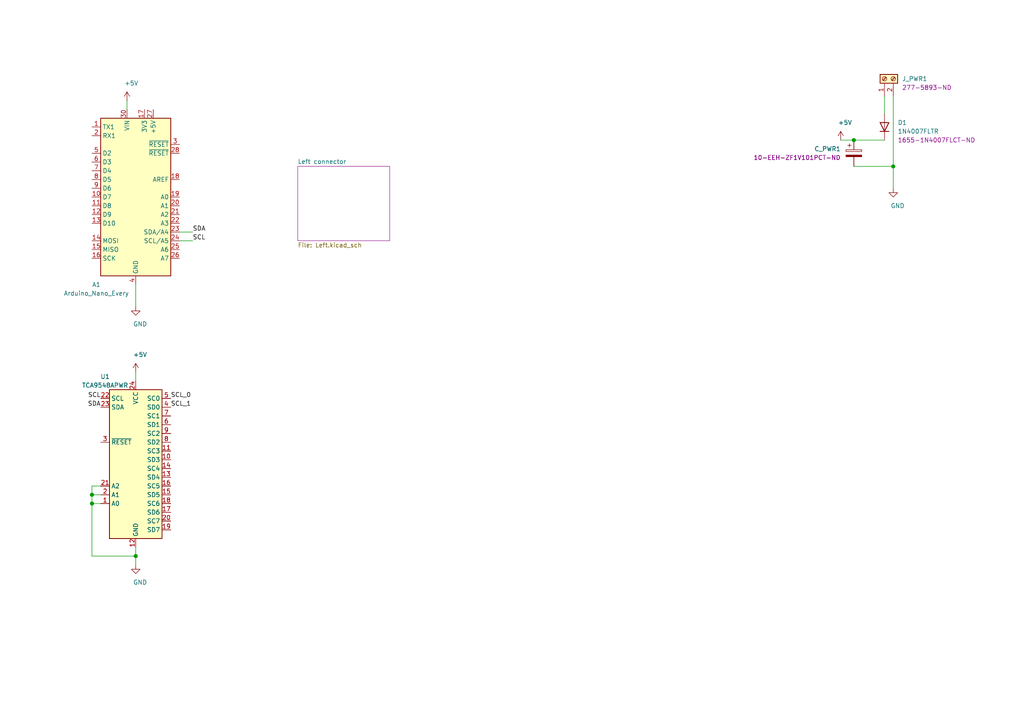
<source format=kicad_sch>
(kicad_sch (version 20200827) (generator eeschema)
  (page 1 2)
  (paper "A4")
  (lib_symbols
    (symbol "Connector:Screw_Terminal_01x02" (pin_names (offset 1.016) hide)
      (property "Reference" "J" (at 0 2.54 0))
      (property "Value" "Screw_Terminal_01x02" (at 0 -5.08 0))
      (symbol "Screw_Terminal_01x02_1_1"
        (circle (center 0 -2.54) (radius 0.635) (stroke (width 0.1524)))
        (circle (center 0 0) (radius 0.635) (stroke (width 0.1524)))
        (rectangle (start -1.27 1.27) (end 1.27 -3.81) (stroke (width 0.254)) (fill (type background)))
        (polyline (pts (xy -0.5334 -2.2098) (xy 0.3302 -3.048)) (stroke (width 0.1524)))
        (polyline (pts (xy -0.5334 0.3302) (xy 0.3302 -0.508)) (stroke (width 0.1524)))
        (polyline (pts (xy -0.3556 -2.032) (xy 0.508 -2.8702)) (stroke (width 0.1524)))
        (polyline (pts (xy -0.3556 0.508) (xy 0.508 -0.3302)) (stroke (width 0.1524)))
        (pin passive line (at -5.08 0 0) (length 3.81) (name "Pin_1") (number "1"))
        (pin passive line (at -5.08 -2.54 0) (length 3.81) (name "Pin_2") (number "2"))
      )
    )
    (symbol "Device:CP" (pin_numbers hide) (pin_names (offset 0.254))
      (property "Reference" "C" (at 0.635 2.54 0))
      (property "Value" "CP" (at 0.635 -2.54 0))
      (symbol "CP_0_1"
        (rectangle (start -2.286 0.508) (end 2.286 1.016))
        (rectangle (start 2.286 -0.508) (end -2.286 -1.016) (fill (type outline)))
        (polyline (pts (xy -1.778 2.286) (xy -0.762 2.286)))
        (polyline (pts (xy -1.27 2.794) (xy -1.27 1.778)))
      )
      (symbol "CP_1_1"
        (pin passive line (at 0 3.81 270) (length 2.794) (name "~") (number "1"))
        (pin passive line (at 0 -3.81 90) (length 2.794) (name "~") (number "2"))
      )
    )
    (symbol "Diode:1N4007" (pin_numbers hide) (pin_names (offset 1.016) hide)
      (property "Reference" "D" (at 0 2.54 0))
      (property "Value" "1N4007" (at 0 -2.54 0))
      (symbol "1N4007_0_1"
        (polyline (pts (xy -1.27 1.27) (xy -1.27 -1.27)) (stroke (width 0.254)))
        (polyline (pts (xy 1.27 0) (xy -1.27 0)))
        (polyline (pts (xy 1.27 1.27) (xy 1.27 -1.27) (xy -1.27 0) (xy 1.27 1.27)) (stroke (width 0.254)))
      )
      (symbol "1N4007_1_1"
        (pin passive line (at -3.81 0 0) (length 2.54) (name "K") (number "1"))
        (pin passive line (at 3.81 0 180) (length 2.54) (name "A") (number "2"))
      )
    )
    (symbol "Interface_Expansion:TCA9548APWR"
      (property "Reference" "U" (at -7.62 21.59 0))
      (property "Value" "TCA9548APWR" (at 1.016 21.59 0))
      (symbol "TCA9548APWR_0_1"
        (rectangle (start -7.62 20.32) (end 7.62 -22.86) (stroke (width 0.254)) (fill (type background)))
      )
      (symbol "TCA9548APWR_1_1"
        (pin input line (at -10.16 -12.7 0) (length 2.54) (name "A0") (number "1"))
        (pin bidirectional line (at 10.16 0 180) (length 2.54) (name "SD3") (number "10"))
        (pin output line (at 10.16 2.54 180) (length 2.54) (name "SC3") (number "11"))
        (pin power_in line (at 0 -25.4 90) (length 2.54) (name "GND") (number "12"))
        (pin bidirectional line (at 10.16 -5.08 180) (length 2.54) (name "SD4") (number "13"))
        (pin output line (at 10.16 -2.54 180) (length 2.54) (name "SC4") (number "14"))
        (pin bidirectional line (at 10.16 -10.16 180) (length 2.54) (name "SD5") (number "15"))
        (pin output line (at 10.16 -7.62 180) (length 2.54) (name "SC5") (number "16"))
        (pin bidirectional line (at 10.16 -15.24 180) (length 2.54) (name "SD6") (number "17"))
        (pin output line (at 10.16 -12.7 180) (length 2.54) (name "SC6") (number "18"))
        (pin bidirectional line (at 10.16 -20.32 180) (length 2.54) (name "SD7") (number "19"))
        (pin input line (at -10.16 -10.16 0) (length 2.54) (name "A1") (number "2"))
        (pin output line (at 10.16 -17.78 180) (length 2.54) (name "SC7") (number "20"))
        (pin input line (at -10.16 -7.62 0) (length 2.54) (name "A2") (number "21"))
        (pin input line (at -10.16 17.78 0) (length 2.54) (name "SCL") (number "22"))
        (pin bidirectional line (at -10.16 15.24 0) (length 2.54) (name "SDA") (number "23"))
        (pin power_in line (at 0 22.86 270) (length 2.54) (name "VCC") (number "24"))
        (pin input line (at -10.16 5.08 0) (length 2.54) (name "~RESET") (number "3"))
        (pin bidirectional line (at 10.16 15.24 180) (length 2.54) (name "SD0") (number "4"))
        (pin output line (at 10.16 17.78 180) (length 2.54) (name "SC0") (number "5"))
        (pin bidirectional line (at 10.16 10.16 180) (length 2.54) (name "SD1") (number "6"))
        (pin output line (at 10.16 12.7 180) (length 2.54) (name "SC1") (number "7"))
        (pin bidirectional line (at 10.16 5.08 180) (length 2.54) (name "SD2") (number "8"))
        (pin output line (at 10.16 7.62 180) (length 2.54) (name "SC2") (number "9"))
      )
    )
    (symbol "MCU_Module:Arduino_Nano_Every"
      (property "Reference" "A" (at -10.16 23.495 0))
      (property "Value" "Arduino_Nano_Every" (at 5.08 -24.13 0))
      (symbol "Arduino_Nano_Every_0_1"
        (rectangle (start -10.16 22.86) (end 10.16 -22.86) (stroke (width 0.254)) (fill (type background)))
      )
      (symbol "Arduino_Nano_Every_1_1"
        (pin bidirectional line (at -12.7 20.32 0) (length 2.54) (name "TX1") (number "1"))
        (pin bidirectional line (at -12.7 0 0) (length 2.54) (name "D7") (number "10"))
        (pin bidirectional line (at -12.7 -2.54 0) (length 2.54) (name "D8") (number "11"))
        (pin bidirectional line (at -12.7 -5.08 0) (length 2.54) (name "D9") (number "12"))
        (pin bidirectional line (at -12.7 -7.62 0) (length 2.54) (name "D10") (number "13"))
        (pin bidirectional line (at -12.7 -12.7 0) (length 2.54) (name "MOSI") (number "14"))
        (pin bidirectional line (at -12.7 -15.24 0) (length 2.54) (name "MISO") (number "15"))
        (pin bidirectional line (at -12.7 -17.78 0) (length 2.54) (name "SCK") (number "16"))
        (pin power_out line (at 2.54 25.4 270) (length 2.54) (name "3V3") (number "17"))
        (pin input line (at 12.7 5.08 180) (length 2.54) (name "AREF") (number "18"))
        (pin bidirectional line (at 12.7 0 180) (length 2.54) (name "A0") (number "19"))
        (pin bidirectional line (at -12.7 17.78 0) (length 2.54) (name "RX1") (number "2"))
        (pin bidirectional line (at 12.7 -2.54 180) (length 2.54) (name "A1") (number "20"))
        (pin bidirectional line (at 12.7 -5.08 180) (length 2.54) (name "A2") (number "21"))
        (pin bidirectional line (at 12.7 -7.62 180) (length 2.54) (name "A3") (number "22"))
        (pin bidirectional line (at 12.7 -10.16 180) (length 2.54) (name "SDA/A4") (number "23"))
        (pin bidirectional line (at 12.7 -12.7 180) (length 2.54) (name "SCL/A5") (number "24"))
        (pin bidirectional line (at 12.7 -15.24 180) (length 2.54) (name "A6") (number "25"))
        (pin bidirectional line (at 12.7 -17.78 180) (length 2.54) (name "A7") (number "26"))
        (pin power_out line (at 5.08 25.4 270) (length 2.54) (name "+5V") (number "27"))
        (pin input line (at 12.7 12.7 180) (length 2.54) (name "~RESET") (number "28"))
        (pin passive line (at 0 -25.4 90) (length 2.54) hide (name "GND") (number "29"))
        (pin input line (at 12.7 15.24 180) (length 2.54) (name "~RESET") (number "3"))
        (pin power_in line (at -2.54 25.4 270) (length 2.54) (name "VIN") (number "30"))
        (pin power_in line (at 0 -25.4 90) (length 2.54) (name "GND") (number "4"))
        (pin bidirectional line (at -12.7 12.7 0) (length 2.54) (name "D2") (number "5"))
        (pin bidirectional line (at -12.7 10.16 0) (length 2.54) (name "D3") (number "6"))
        (pin bidirectional line (at -12.7 7.62 0) (length 2.54) (name "D4") (number "7"))
        (pin bidirectional line (at -12.7 5.08 0) (length 2.54) (name "D5") (number "8"))
        (pin bidirectional line (at -12.7 2.54 0) (length 2.54) (name "D6") (number "9"))
      )
    )
    (symbol "power:+5V" (power) (pin_names (offset 0))
      (property "Value" "+5V" (at 0 3.556 0))
      (symbol "+5V_0_1"
        (polyline (pts (xy -0.762 1.27) (xy 0 2.54)))
        (polyline (pts (xy 0 0) (xy 0 2.54)))
        (polyline (pts (xy 0 2.54) (xy 0.762 1.27)))
      )
      (symbol "+5V_1_1"
        (pin power_in line (at 0 0 90) (length 0) hide (name "+5V") (number "1"))
      )
    )
    (symbol "power:GND" (power) (pin_names (offset 0))
      (property "Value" "GND" (at 0 -3.81 0))
      (symbol "GND_0_1"
        (polyline (pts (xy 0 0) (xy 0 -1.27) (xy 1.27 -1.27) (xy 0 -2.54) (xy -1.27 -1.27) (xy 0 -1.27)))
      )
      (symbol "GND_1_1"
        (pin power_in line (at 0 0 270) (length 0) hide (name "GND") (number "1"))
      )
    )
  )
  (junction (at 26.67 143.51) (diameter 1.016))
  (junction (at 26.67 146.05) (diameter 1.016))
  (junction (at 39.37 161.29) (diameter 1.016))
  (junction (at 247.65 40.64) (diameter 1.016))
  (junction (at 259.08 48.26) (diameter 1.016))
  (wire (pts (xy 26.67 140.97) (xy 26.67 143.51)))
  (wire (pts (xy 26.67 143.51) (xy 26.67 146.05)))
  (wire (pts (xy 26.67 143.51) (xy 29.21 143.51)))
  (wire (pts (xy 26.67 146.05) (xy 26.67 161.29)))
  (wire (pts (xy 26.67 146.05) (xy 29.21 146.05)))
  (wire (pts (xy 26.67 161.29) (xy 39.37 161.29)))
  (wire (pts (xy 29.21 140.97) (xy 26.67 140.97)))
  (wire (pts (xy 36.83 29.21) (xy 36.83 31.75)))
  (wire (pts (xy 39.37 82.55) (xy 39.37 88.9)))
  (wire (pts (xy 39.37 107.95) (xy 39.37 110.49)))
  (wire (pts (xy 39.37 158.75) (xy 39.37 161.29)))
  (wire (pts (xy 39.37 161.29) (xy 39.37 163.83)))
  (wire (pts (xy 52.07 67.31) (xy 55.88 67.31)))
  (wire (pts (xy 52.07 69.85) (xy 55.88 69.85)))
  (wire (pts (xy 243.84 40.64) (xy 247.65 40.64)))
  (wire (pts (xy 247.65 40.64) (xy 256.54 40.64)))
  (wire (pts (xy 247.65 48.26) (xy 259.08 48.26)))
  (wire (pts (xy 256.54 27.94) (xy 256.54 33.02)))
  (wire (pts (xy 259.08 27.94) (xy 259.08 48.26)))
  (wire (pts (xy 259.08 48.26) (xy 259.08 54.61)))
  (label "SCL" (at 29.21 115.57 180))
  (label "SDA" (at 29.21 118.11 180))
  (label "SCL_0" (at 49.53 115.57 0))
  (label "SCL_1" (at 49.53 118.11 0))
  (label "SDA" (at 55.88 67.31 0))
  (label "SCL" (at 55.88 69.85 0))
  (symbol (lib_id "power:+5V") (at 36.83 29.21 0) (unit 1)
    (property "Reference" "#PWR0103" (effects hide))
    (property "Value" "+5V" (at 38.1 24.13 0))
  )
  (symbol (lib_id "power:+5V") (at 39.37 107.95 0) (unit 1)
    (property "Reference" "#PWR0104" (effects hide))
    (property "Value" "+5V" (at 40.64 102.87 0))
  )
  (symbol (lib_id "power:+5V") (at 243.84 40.64 0) (unit 1)
    (property "Reference" "#PWR0106" (effects hide))
    (property "Value" "+5V" (at 245.11 35.56 0))
  )
  (symbol (lib_id "power:GND") (at 39.37 88.9 0) (unit 1)
    (property "Reference" "#PWR0105" (effects hide))
    (property "Value" "GND" (at 40.64 93.98 0))
  )
  (symbol (lib_id "power:GND") (at 39.37 163.83 0) (unit 1)
    (property "Reference" "#PWR0102" (effects hide))
    (property "Value" "GND" (at 40.64 168.91 0))
  )
  (symbol (lib_id "power:GND") (at 259.08 54.61 0) (unit 1)
    (property "Reference" "#PWR0101" (effects hide))
    (property "Value" "GND" (at 260.35 59.69 0))
  )
  (symbol (lib_id "Diode:1N4007") (at 256.54 36.83 90) (unit 1)
    (property "Reference" "D1" (at 260.35 35.56 90) (effects (justify right)))
    (property "Value" "1N4007FLTR" (at 260.35 38.1 90) (effects (justify right)))
    (property "Footprint" "Diode_SMD:D_SOD-123F" (effects hide))
    (property "Datasheet" "http://www.smc-diodes.com/propdf/1N4001FL-1N4007FL%20N1646%20REV.A.pdf" (effects hide))
    (property "Digikey" "1655-1N4007FLCT-ND" (at 260.35 40.64 90) (effects (justify right)))
  )
  (symbol (lib_id "Connector:Screw_Terminal_01x02") (at 256.54 22.86 90) (unit 1)
    (property "Reference" "J_PWR1" (at 261.62 22.86 90) (effects (justify right)))
    (property "Value" "Screw_Terminal_01x02" (effects hide))
    (property "Footprint" "TerminalBlock_Phoenix:TerminalBlock_Phoenix_MKDS-1,5-2-5.08_1x02_P5.08mm_Horizontal" (effects hide))
    (property "Digikey" "277-5893-ND" (at 261.62 25.4 90) (effects (justify right)))
  )
  (symbol (lib_id "Device:CP") (at 247.65 44.45 0) (unit 1)
    (property "Reference" "C_PWR1" (at 243.84 43.18 0) (effects (justify right)))
    (property "Value" "CP" (effects hide))
    (property "Footprint" "Capacitor_SMD:CP_Elec_8x10" (effects hide))
    (property "Digikey" "10-EEH-ZF1V101PCT-ND" (at 243.84 45.72 0) (effects (justify right)))
  )
  (symbol (lib_id "Interface_Expansion:TCA9548APWR") (at 39.37 133.35 0) (unit 1)
    (property "Reference" "U1" (at 30.48 109.22 0))
    (property "Value" "TCA9548APWR" (at 30.48 111.76 0))
    (property "Footprint" "Package_SO:TSSOP-24_4.4x7.8mm_P0.65mm" (effects hide))
    (property "Datasheet" "http://www.ti.com/lit/ds/symlink/tca9548a.pdf" (effects hide))
  )
  (symbol (lib_id "MCU_Module:Arduino_Nano_Every") (at 39.37 57.15 0) (unit 1)
    (property "Reference" "A1" (at 27.94 82.55 0))
    (property "Value" "Arduino_Nano_Every" (at 27.94 85.09 0))
    (property "Footprint" "Module:Arduino_Nano" (effects hide))
    (property "Datasheet" "https://content.arduino.cc/assets/NANOEveryV3.0_sch.pdf" (effects hide))
  )
  (sheet (at 86.36 48.26) (size 26.67 21.59) (stroke (width 0.001) (color 132 0 132 1)) (fill (color 255 255 255 0.0000))
    (property "Sheet name" "Left connector" (at 86.36 47.6241 0) (effects (justify left bottom)))
    (property "Sheet file" "Left.kicad_sch" (at 86.36 70.3589 0) (effects (justify left top)))
  )
)
</source>
